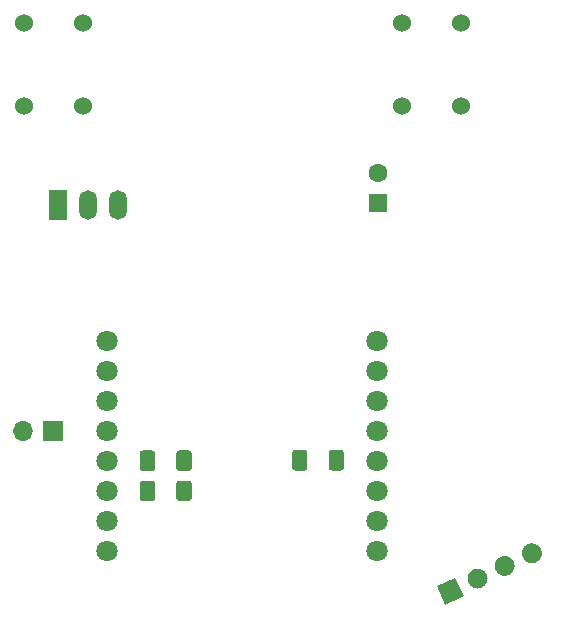
<source format=gts>
%TF.GenerationSoftware,KiCad,Pcbnew,(5.1.9-0-10_14)*%
%TF.CreationDate,2024-01-29T22:25:58+01:00*%
%TF.ProjectId,masthead,6d617374-6865-4616-942e-6b696361645f,rev?*%
%TF.SameCoordinates,Original*%
%TF.FileFunction,Soldermask,Top*%
%TF.FilePolarity,Negative*%
%FSLAX46Y46*%
G04 Gerber Fmt 4.6, Leading zero omitted, Abs format (unit mm)*
G04 Created by KiCad (PCBNEW (5.1.9-0-10_14)) date 2024-01-29 22:25:58*
%MOMM*%
%LPD*%
G01*
G04 APERTURE LIST*
%ADD10O,1.700000X1.700000*%
%ADD11R,1.700000X1.700000*%
%ADD12C,0.100000*%
%ADD13C,1.524000*%
%ADD14O,1.500000X2.500000*%
%ADD15R,1.500000X2.500000*%
%ADD16C,1.600000*%
%ADD17R,1.600000X1.600000*%
%ADD18C,1.800000*%
G04 APERTURE END LIST*
D10*
%TO.C,SW1*%
X-18540000Y-31000000D03*
D11*
X-16000000Y-31000000D03*
%TD*%
%TO.C,RH1*%
G36*
G01*
X24865291Y-42150011D02*
X24865291Y-42150011D01*
G75*
G02*
X23735703Y-41738875I-359226J770362D01*
G01*
X23735703Y-41738875D01*
G75*
G02*
X24146839Y-40609287I770362J359226D01*
G01*
X24146839Y-40609287D01*
G75*
G02*
X25276427Y-41020423I359226J-770362D01*
G01*
X25276427Y-41020423D01*
G75*
G02*
X24865291Y-42150011I-770362J-359226D01*
G01*
G37*
G36*
G01*
X22563270Y-43223461D02*
X22563270Y-43223461D01*
G75*
G02*
X21433682Y-42812325I-359226J770362D01*
G01*
X21433682Y-42812325D01*
G75*
G02*
X21844818Y-41682737I770362J359226D01*
G01*
X21844818Y-41682737D01*
G75*
G02*
X22974406Y-42093873I359226J-770362D01*
G01*
X22974406Y-42093873D01*
G75*
G02*
X22563270Y-43223461I-770362J-359226D01*
G01*
G37*
G36*
G01*
X20261248Y-44296912D02*
X20261248Y-44296912D01*
G75*
G02*
X19131660Y-43885776I-359226J770362D01*
G01*
X19131660Y-43885776D01*
G75*
G02*
X19542796Y-42756188I770362J359226D01*
G01*
X19542796Y-42756188D01*
G75*
G02*
X20672384Y-43167324I359226J-770362D01*
G01*
X20672384Y-43167324D01*
G75*
G02*
X20261248Y-44296912I-770362J-359226D01*
G01*
G37*
D12*
G36*
X18729587Y-45011136D02*
G01*
X17188864Y-45729587D01*
X16470413Y-44188864D01*
X18011136Y-43470413D01*
X18729587Y-45011136D01*
G37*
%TD*%
D13*
%TO.C,J2*%
X18500000Y3500000D03*
X13500000Y3500000D03*
X18500000Y-3500000D03*
X13500000Y-3500000D03*
%TD*%
%TO.C,J1*%
X-13500000Y3500000D03*
X-18500000Y3500000D03*
X-13500000Y-3500000D03*
X-18500000Y-3500000D03*
%TD*%
D14*
%TO.C,U1*%
X-10520000Y-11900000D03*
X-13060000Y-11900000D03*
D15*
X-15600000Y-11900000D03*
%TD*%
D16*
%TO.C,C1*%
X11500000Y-9200000D03*
D17*
X11500000Y-11700000D03*
%TD*%
D18*
%TO.C,U2*%
X11430000Y-41160000D03*
X11430000Y-38620000D03*
X11430000Y-36080000D03*
X11430000Y-33540000D03*
X11430000Y-31000000D03*
X11430000Y-28460000D03*
X11430000Y-25920000D03*
X11430000Y-23380000D03*
X-11430000Y-23380000D03*
X-11430000Y-25920000D03*
X-11430000Y-28460000D03*
X-11430000Y-31000000D03*
X-11430000Y-33540000D03*
X-11430000Y-36080000D03*
X-11430000Y-38620000D03*
X-11430000Y-41160000D03*
%TD*%
%TO.C,R3*%
G36*
G01*
X-7400000Y-35475000D02*
X-7400000Y-36725000D01*
G75*
G02*
X-7650000Y-36975000I-250000J0D01*
G01*
X-8450000Y-36975000D01*
G75*
G02*
X-8700000Y-36725000I0J250000D01*
G01*
X-8700000Y-35475000D01*
G75*
G02*
X-8450000Y-35225000I250000J0D01*
G01*
X-7650000Y-35225000D01*
G75*
G02*
X-7400000Y-35475000I0J-250000D01*
G01*
G37*
G36*
G01*
X-4300000Y-35475000D02*
X-4300000Y-36725000D01*
G75*
G02*
X-4550000Y-36975000I-250000J0D01*
G01*
X-5350000Y-36975000D01*
G75*
G02*
X-5600000Y-36725000I0J250000D01*
G01*
X-5600000Y-35475000D01*
G75*
G02*
X-5350000Y-35225000I250000J0D01*
G01*
X-4550000Y-35225000D01*
G75*
G02*
X-4300000Y-35475000I0J-250000D01*
G01*
G37*
%TD*%
%TO.C,R2*%
G36*
G01*
X-7400000Y-32925000D02*
X-7400000Y-34175000D01*
G75*
G02*
X-7650000Y-34425000I-250000J0D01*
G01*
X-8450000Y-34425000D01*
G75*
G02*
X-8700000Y-34175000I0J250000D01*
G01*
X-8700000Y-32925000D01*
G75*
G02*
X-8450000Y-32675000I250000J0D01*
G01*
X-7650000Y-32675000D01*
G75*
G02*
X-7400000Y-32925000I0J-250000D01*
G01*
G37*
G36*
G01*
X-4300000Y-32925000D02*
X-4300000Y-34175000D01*
G75*
G02*
X-4550000Y-34425000I-250000J0D01*
G01*
X-5350000Y-34425000D01*
G75*
G02*
X-5600000Y-34175000I0J250000D01*
G01*
X-5600000Y-32925000D01*
G75*
G02*
X-5350000Y-32675000I250000J0D01*
G01*
X-4550000Y-32675000D01*
G75*
G02*
X-4300000Y-32925000I0J-250000D01*
G01*
G37*
%TD*%
%TO.C,R1*%
G36*
G01*
X7300000Y-34125000D02*
X7300000Y-32875000D01*
G75*
G02*
X7550000Y-32625000I250000J0D01*
G01*
X8350000Y-32625000D01*
G75*
G02*
X8600000Y-32875000I0J-250000D01*
G01*
X8600000Y-34125000D01*
G75*
G02*
X8350000Y-34375000I-250000J0D01*
G01*
X7550000Y-34375000D01*
G75*
G02*
X7300000Y-34125000I0J250000D01*
G01*
G37*
G36*
G01*
X4200000Y-34125000D02*
X4200000Y-32875000D01*
G75*
G02*
X4450000Y-32625000I250000J0D01*
G01*
X5250000Y-32625000D01*
G75*
G02*
X5500000Y-32875000I0J-250000D01*
G01*
X5500000Y-34125000D01*
G75*
G02*
X5250000Y-34375000I-250000J0D01*
G01*
X4450000Y-34375000D01*
G75*
G02*
X4200000Y-34125000I0J250000D01*
G01*
G37*
%TD*%
M02*

</source>
